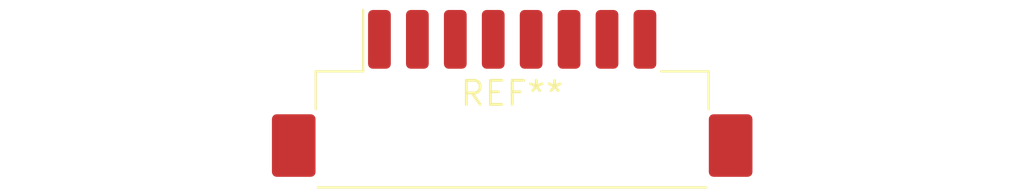
<source format=kicad_pcb>
(kicad_pcb (version 20240108) (generator pcbnew)
  (layers (0 "F.Cu" signal) (31 "B.Cu" signal) (34 "B.Paste" user) (35 "F.Paste" user) (36 "B.SilkS" user "B.Silkscreen") (37 "F.SilkS" user "F.Silkscreen") (38 "B.Mask" user) (39 "F.Mask" user) (44 "Edge.Cuts" user))
  (net 0 "")
  (footprint "Hirose_DF3EA-08P-2H_1x08-1MP_P2.00mm_Horizontal" (layer "F.Cu") (at 0 0)
    (property "Reference" "REF**")
    (property "Value" "Hirose_DF3EA-08P-2H_1x08-1MP_P2.00mm_Horizontal")
    (fp_line (start -10.36 -1.16) (end -7.86 -1.16) (layer "F.SilkS") (stroke (width 0.12)))
    (fp_line (start -10.36 0.84) (end -10.36 -1.16) (layer "F.SilkS") (stroke (width 0.12)))
    (fp_line (start -10.25 4.96) (end 10.25 4.96) (layer "F.SilkS") (stroke (width 0.12)))
    (fp_line (start -7.86 -1.16) (end -7.86 -4.4) (layer "F.SilkS") (stroke (width 0.12)))
    (fp_line (start 10.36 -1.16) (end 7.86 -1.16) (layer "F.SilkS") (stroke (width 0.12)))
    (fp_line (start 10.36 0.84) (end 10.36 -1.16) (layer "F.SilkS") (stroke (width 0.12)))
    (pad "1" smd roundrect (at -7 -2.85) (size 1.2 3.1) (layers "F.Cu" "F.Paste" "F.Mask") (roundrect_rratio 0.208333))
    (pad "2" smd roundrect (at -5 -2.85) (size 1.2 3.1) (layers "F.Cu" "F.Paste" "F.Mask") (roundrect_rratio 0.208333))
    (pad "3" smd roundrect (at -3 -2.85) (size 1.2 3.1) (layers "F.Cu" "F.Paste" "F.Mask") (roundrect_rratio 0.208333))
    (pad "4" smd roundrect (at -1 -2.85) (size 1.2 3.1) (layers "F.Cu" "F.Paste" "F.Mask") (roundrect_rratio 0.208333))
    (pad "5" smd roundrect (at 1 -2.85) (size 1.2 3.1) (layers "F.Cu" "F.Paste" "F.Mask") (roundrect_rratio 0.208333))
    (pad "6" smd roundrect (at 3 -2.85) (size 1.2 3.1) (layers "F.Cu" "F.Paste" "F.Mask") (roundrect_rratio 0.208333))
    (pad "7" smd roundrect (at 5 -2.85) (size 1.2 3.1) (layers "F.Cu" "F.Paste" "F.Mask") (roundrect_rratio 0.208333))
    (pad "8" smd roundrect (at 7 -2.85) (size 1.2 3.1) (layers "F.Cu" "F.Paste" "F.Mask") (roundrect_rratio 0.208333))
    (pad "MP" smd roundrect (at -11.52 2.75) (size 2.3 3.3) (layers "F.Cu" "F.Paste" "F.Mask") (roundrect_rratio 0.108696))
    (pad "MP" smd roundrect (at 11.52 2.75) (size 2.3 3.3) (layers "F.Cu" "F.Paste" "F.Mask") (roundrect_rratio 0.108696))
  )
)
</source>
